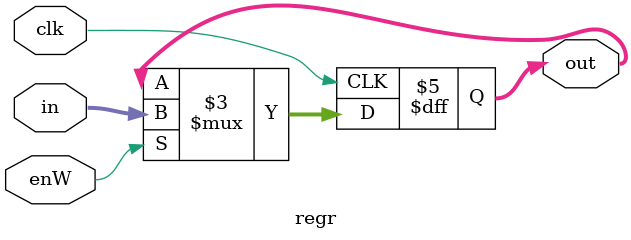
<source format=v>
module regr (out,in,clk,enW);
  output reg [31:0] out;
  input clk,enW;
  input [31:0] in;
  always @ ( posedge clk ) begin
    if(enW) out=in;
  end
endmodule

</source>
